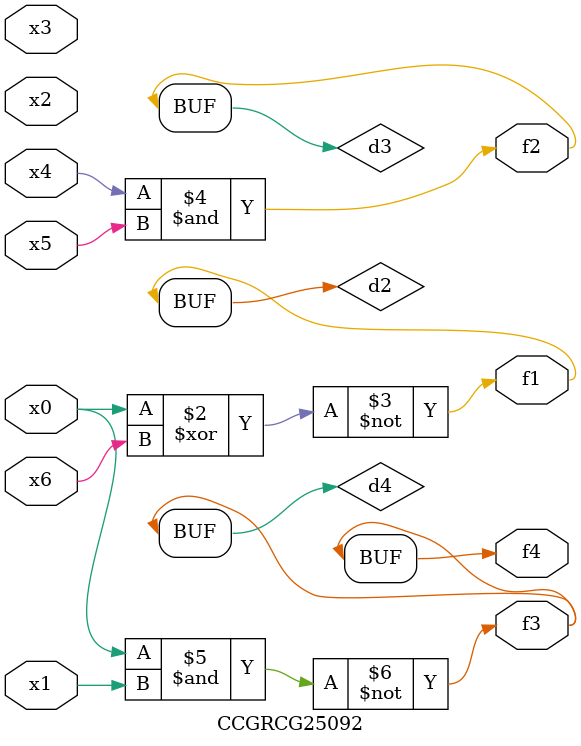
<source format=v>
module CCGRCG25092(
	input x0, x1, x2, x3, x4, x5, x6,
	output f1, f2, f3, f4
);

	wire d1, d2, d3, d4;

	nor (d1, x0);
	xnor (d2, x0, x6);
	and (d3, x4, x5);
	nand (d4, x0, x1);
	assign f1 = d2;
	assign f2 = d3;
	assign f3 = d4;
	assign f4 = d4;
endmodule

</source>
